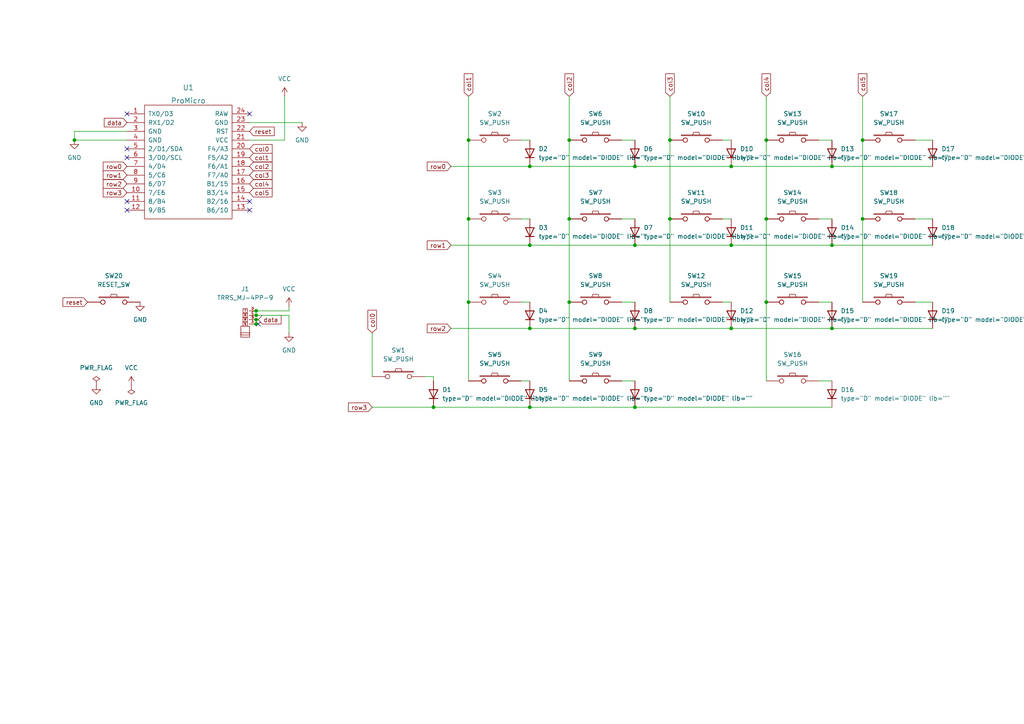
<source format=kicad_sch>
(kicad_sch (version 20211123) (generator eeschema)
  (paper "A4")
  (lib_symbols
    (symbol "Salicylic_kbd:TRRS_MJ-4PP-9" (pin_names (offset 1.016))
      (property "Reference" "J" (at 0 5.08 0))
      (property "Value" "TRRS_MJ-4PP-9" (at 0 -6.985 0))
      (symbol "TRRS_MJ-4PP-9_0_0"
        (text "R" (at 0 0 0) (effects (font (size 0.6096 0.6096))))
        (text "R" (at 0 1.27 0) (effects (font (size 0.6096 0.6096))))
        (text "S" (at 0 -1.27 0) (effects (font (size 0.6096 0.6096))))
        (text "T" (at 0 2.54 0) (effects (font (size 0.6096 0.6096))))
      )
      (symbol "TRRS_MJ-4PP-9_0_1"
        (rectangle (start -1.27 -3.81) (end 1.27 -4.445))
        (rectangle (start -1.27 -1.905) (end 1.27 -5.08))
        (rectangle (start -0.635 -0.635) (end 0.635 -1.905))
        (rectangle (start -0.635 0.635) (end 0.635 -0.635))
        (rectangle (start -0.635 1.905) (end 0.635 0.635))
        (rectangle (start -0.635 3.175) (end 0.635 1.905))
      )
      (symbol "TRRS_MJ-4PP-9_1_1"
        (pin input line (at 3.175 -1.27 180) (length 2.0066) (name "~") (number "A"))
        (pin input line (at 3.175 0 180) (length 2.0066) (name "~") (number "B"))
        (pin input line (at 3.175 1.27 180) (length 2.0066) (name "~") (number "C"))
        (pin input line (at 3.175 2.54 180) (length 2.0066) (name "~") (number "D"))
      )
    )
    (symbol "Simulation_SPICE:DIODE" (pin_numbers hide) (pin_names (offset 1.016) hide)
      (property "Reference" "D" (at 0 2.54 0))
      (property "Value" "DIODE" (at 0 -2.54 0))
      (symbol "DIODE_0_1"
        (polyline (pts (xy 1.27 0) (xy -1.27 0)))
        (polyline (pts (xy 1.27 1.27) (xy 1.27 -1.27)) (stroke (width 0.254)))
        (polyline (pts (xy -1.27 -1.27) (xy -1.27 1.27) (xy 1.27 0) (xy -1.27 -1.27)) (stroke (width 0.254)))
      )
      (symbol "DIODE_1_1"
        (pin passive line (at -3.81 0 0) (length 2.54) (name "A") (number "1"))
        (pin passive line (at 3.81 0 180) (length 2.54) (name "K") (number "2"))
      )
    )
    (symbol "kbd:ProMicro" (pin_names (offset 1.016))
      (property "Reference" "U" (at 0 19.05 0))
      (property "Value" "ProMicro" (at 0 -19.05 0))
      (symbol "ProMicro_0_1"
        (rectangle (start -12.7 16.51) (end 12.7 -16.51))
      )
      (symbol "ProMicro_1_1"
        (pin bidirectional line (at -17.78 13.97 0) (length 5.08) (name "TX0/D3") (number "1"))
        (pin bidirectional line (at -17.78 -8.89 0) (length 5.08) (name "7/E6") (number "10"))
        (pin bidirectional line (at -17.78 -11.43 0) (length 5.08) (name "8/B4") (number "11"))
        (pin bidirectional line (at -17.78 -13.97 0) (length 5.08) (name "9/B5") (number "12"))
        (pin bidirectional line (at 17.78 -13.97 180) (length 5.08) (name "B6/10") (number "13"))
        (pin bidirectional line (at 17.78 -11.43 180) (length 5.08) (name "B2/16") (number "14"))
        (pin bidirectional line (at 17.78 -8.89 180) (length 5.08) (name "B3/14") (number "15"))
        (pin bidirectional line (at 17.78 -6.35 180) (length 5.08) (name "B1/15") (number "16"))
        (pin bidirectional line (at 17.78 -3.81 180) (length 5.08) (name "F7/A0") (number "17"))
        (pin bidirectional line (at 17.78 -1.27 180) (length 5.08) (name "F6/A1") (number "18"))
        (pin bidirectional line (at 17.78 1.27 180) (length 5.08) (name "F5/A2") (number "19"))
        (pin bidirectional line (at -17.78 11.43 0) (length 5.08) (name "RX1/D2") (number "2"))
        (pin bidirectional line (at 17.78 3.81 180) (length 5.08) (name "F4/A3") (number "20"))
        (pin power_in line (at 17.78 6.35 180) (length 5.08) (name "VCC") (number "21"))
        (pin input line (at 17.78 8.89 180) (length 5.08) (name "RST") (number "22"))
        (pin power_in line (at 17.78 11.43 180) (length 5.08) (name "GND") (number "23"))
        (pin power_out line (at 17.78 13.97 180) (length 5.08) (name "RAW") (number "24"))
        (pin power_in line (at -17.78 8.89 0) (length 5.08) (name "GND") (number "3"))
        (pin power_in line (at -17.78 6.35 0) (length 5.08) (name "GND") (number "4"))
        (pin bidirectional line (at -17.78 3.81 0) (length 5.08) (name "2/D1/SDA") (number "5"))
        (pin bidirectional line (at -17.78 1.27 0) (length 5.08) (name "3/D0/SCL") (number "6"))
        (pin bidirectional line (at -17.78 -1.27 0) (length 5.08) (name "4/D4") (number "7"))
        (pin bidirectional line (at -17.78 -3.81 0) (length 5.08) (name "5/C6") (number "8"))
        (pin bidirectional line (at -17.78 -6.35 0) (length 5.08) (name "6/D7") (number "9"))
      )
    )
    (symbol "kbd:SW_PUSH" (pin_numbers hide) (pin_names (offset 1.016) hide)
      (property "Reference" "SW" (at 3.81 2.794 0))
      (property "Value" "SW_PUSH" (at 0 -2.032 0))
      (symbol "SW_PUSH_0_1"
        (rectangle (start -4.318 1.27) (end 4.318 1.524))
        (polyline (pts (xy -1.016 1.524) (xy -0.762 2.286) (xy 0.762 2.286) (xy 1.016 1.524)))
        (pin passive inverted (at -7.62 0 0) (length 5.08) (name "1") (number "1"))
        (pin passive inverted (at 7.62 0 180) (length 5.08) (name "2") (number "2"))
      )
    )
    (symbol "power:GND" (power) (pin_names (offset 0))
      (property "Value" "GND" (at 0 -3.81 0))
      (symbol "GND_0_1"
        (polyline (pts (xy 0 0) (xy 0 -1.27) (xy 1.27 -1.27) (xy 0 -2.54) (xy -1.27 -1.27) (xy 0 -1.27)))
      )
      (symbol "GND_1_1"
        (pin power_in line (at 0 0 270) (length 0) hide (name "GND") (number "1"))
      )
    )
    (symbol "power:PWR_FLAG" (power) (pin_numbers hide) (pin_names (offset 0) hide)
      (property "Value" "PWR_FLAG" (at 0 3.81 0))
      (symbol "PWR_FLAG_0_0"
        (pin power_out line (at 0 0 90) (length 0) (name "pwr") (number "1"))
      )
      (symbol "PWR_FLAG_0_1"
        (polyline (pts (xy 0 0) (xy 0 1.27) (xy -1.016 1.905) (xy 0 2.54) (xy 1.016 1.905) (xy 0 1.27)))
      )
    )
    (symbol "power:VCC" (power) (pin_names (offset 0))
      (property "Value" "VCC" (at 0 3.81 0))
      (symbol "VCC_0_1"
        (polyline (pts (xy -0.762 1.27) (xy 0 2.54)))
        (polyline (pts (xy 0 0) (xy 0 2.54)))
        (polyline (pts (xy 0 2.54) (xy 0.762 1.27)))
      )
      (symbol "VCC_1_1"
        (pin power_in line (at 0 0 90) (length 0) hide (name "VCC") (number "1"))
      )
    )
  )
  (junction (at 153.67 71.12))
  (junction (at 241.3 48.26))
  (junction (at 222.25 40.64))
  (junction (at 153.67 95.25))
  (junction (at 135.89 63.5))
  (junction (at 165.1 40.64))
  (junction (at 184.15 95.25))
  (junction (at 184.15 48.26))
  (junction (at 125.73 118.11))
  (junction (at 250.19 63.5))
  (junction (at 194.31 40.64))
  (junction (at 21.59 40.64))
  (junction (at 135.89 40.64))
  (junction (at 153.67 48.26))
  (junction (at 165.1 87.63))
  (junction (at 184.15 118.11))
  (junction (at 241.3 71.12))
  (junction (at 241.3 95.25))
  (junction (at 222.25 63.5))
  (junction (at 250.19 40.64))
  (junction (at 212.09 48.26))
  (junction (at 165.1 63.5))
  (junction (at 74.295 92.71))
  (junction (at 194.31 63.5))
  (junction (at 153.67 118.11))
  (junction (at 74.295 91.44))
  (junction (at 74.295 93.98))
  (junction (at 212.09 71.12))
  (junction (at 212.09 95.25))
  (junction (at 184.15 71.12))
  (junction (at 74.295 90.17))
  (junction (at 135.89 87.63))
  (junction (at 222.25 87.63))
  (no_connect (at 74.93 93.98))
  (no_connect (at 36.83 33.02))
  (no_connect (at 72.39 33.02))
  (no_connect (at 36.83 58.42))
  (no_connect (at 36.83 45.72))
  (no_connect (at 36.83 43.18))
  (no_connect (at 72.39 58.42))
  (no_connect (at 72.39 60.96))
  (no_connect (at 36.83 60.96))
  (wire (pts (xy 135.89 63.5) (xy 135.89 87.63)))
  (wire (pts (xy 184.15 118.11) (xy 241.3 118.11)))
  (wire (pts (xy 165.1 87.63) (xy 165.1 110.49)))
  (wire (pts (xy 123.19 109.22) (xy 125.73 109.22)))
  (wire (pts (xy 73.66 90.17) (xy 74.295 90.17)))
  (wire (pts (xy 130.81 71.12) (xy 153.67 71.12)))
  (wire (pts (xy 72.39 35.56) (xy 87.63 35.56)))
  (wire (pts (xy 153.67 71.12) (xy 184.15 71.12)))
  (wire (pts (xy 107.95 96.52) (xy 107.95 109.22)))
  (wire (pts (xy 165.1 27.94) (xy 165.1 40.64)))
  (wire (pts (xy 130.81 95.25) (xy 153.67 95.25)))
  (wire (pts (xy 83.82 90.17) (xy 83.82 88.9)))
  (wire (pts (xy 165.1 40.64) (xy 165.1 63.5)))
  (wire (pts (xy 180.34 110.49) (xy 184.15 110.49)))
  (wire (pts (xy 241.3 95.25) (xy 270.51 95.25)))
  (wire (pts (xy 184.15 71.12) (xy 212.09 71.12)))
  (wire (pts (xy 125.73 118.11) (xy 153.67 118.11)))
  (wire (pts (xy 151.13 63.5) (xy 153.67 63.5)))
  (wire (pts (xy 194.31 63.5) (xy 194.31 87.63)))
  (wire (pts (xy 153.67 95.25) (xy 184.15 95.25)))
  (wire (pts (xy 73.66 92.71) (xy 74.295 92.71)))
  (wire (pts (xy 180.34 40.64) (xy 184.15 40.64)))
  (wire (pts (xy 21.59 40.64) (xy 36.83 40.64)))
  (wire (pts (xy 180.34 63.5) (xy 184.15 63.5)))
  (wire (pts (xy 180.34 87.63) (xy 184.15 87.63)))
  (wire (pts (xy 36.83 38.1) (xy 21.59 38.1)))
  (wire (pts (xy 222.25 27.94) (xy 222.25 40.64)))
  (wire (pts (xy 107.95 118.11) (xy 125.73 118.11)))
  (wire (pts (xy 209.55 63.5) (xy 212.09 63.5)))
  (wire (pts (xy 212.09 71.12) (xy 241.3 71.12)))
  (wire (pts (xy 265.43 87.63) (xy 270.51 87.63)))
  (wire (pts (xy 73.66 91.44) (xy 74.295 91.44)))
  (wire (pts (xy 209.55 40.64) (xy 212.09 40.64)))
  (wire (pts (xy 241.3 71.12) (xy 270.51 71.12)))
  (wire (pts (xy 151.13 110.49) (xy 153.67 110.49)))
  (wire (pts (xy 74.295 93.98) (xy 74.93 93.98)))
  (wire (pts (xy 250.19 40.64) (xy 250.19 63.5)))
  (wire (pts (xy 135.89 87.63) (xy 135.89 110.49)))
  (wire (pts (xy 250.19 63.5) (xy 250.19 87.63)))
  (wire (pts (xy 153.67 48.26) (xy 184.15 48.26)))
  (wire (pts (xy 194.31 27.94) (xy 194.31 40.64)))
  (wire (pts (xy 250.19 27.94) (xy 250.19 40.64)))
  (wire (pts (xy 265.43 40.64) (xy 270.51 40.64)))
  (wire (pts (xy 72.39 40.64) (xy 82.55 40.64)))
  (wire (pts (xy 265.43 63.5) (xy 270.51 63.5)))
  (wire (pts (xy 222.25 87.63) (xy 222.25 110.49)))
  (wire (pts (xy 74.295 91.44) (xy 83.82 91.44)))
  (wire (pts (xy 135.89 40.64) (xy 135.89 63.5)))
  (wire (pts (xy 237.49 63.5) (xy 241.3 63.5)))
  (wire (pts (xy 153.67 118.11) (xy 184.15 118.11)))
  (wire (pts (xy 151.13 40.64) (xy 153.67 40.64)))
  (wire (pts (xy 165.1 63.5) (xy 165.1 87.63)))
  (wire (pts (xy 237.49 110.49) (xy 241.3 110.49)))
  (wire (pts (xy 82.55 40.64) (xy 82.55 27.94)))
  (wire (pts (xy 184.15 95.25) (xy 212.09 95.25)))
  (wire (pts (xy 237.49 40.64) (xy 241.3 40.64)))
  (wire (pts (xy 135.89 27.94) (xy 135.89 40.64)))
  (wire (pts (xy 184.15 48.26) (xy 212.09 48.26)))
  (wire (pts (xy 222.25 40.64) (xy 222.25 63.5)))
  (wire (pts (xy 83.82 96.52) (xy 83.82 91.44)))
  (wire (pts (xy 212.09 95.25) (xy 241.3 95.25)))
  (wire (pts (xy 222.25 63.5) (xy 222.25 87.63)))
  (wire (pts (xy 209.55 87.63) (xy 212.09 87.63)))
  (wire (pts (xy 125.73 109.22) (xy 125.73 110.49)))
  (wire (pts (xy 74.295 90.17) (xy 83.82 90.17)))
  (wire (pts (xy 21.59 38.1) (xy 21.59 40.64)))
  (wire (pts (xy 194.31 40.64) (xy 194.31 63.5)))
  (wire (pts (xy 74.295 92.71) (xy 74.93 92.71)))
  (wire (pts (xy 241.3 48.26) (xy 270.51 48.26)))
  (wire (pts (xy 130.81 48.26) (xy 153.67 48.26)))
  (wire (pts (xy 73.66 93.98) (xy 74.295 93.98)))
  (wire (pts (xy 212.09 48.26) (xy 241.3 48.26)))
  (wire (pts (xy 237.49 87.63) (xy 241.3 87.63)))
  (wire (pts (xy 151.13 87.63) (xy 153.67 87.63)))
  (global_label "col5" (shape input) (at 250.19 27.94 90) (property "シート間のリファレンス" "${INTERSHEET_REFS}" (effects hide)))
  (global_label "col2" (shape input) (at 165.1 27.94 90) (property "シート間のリファレンス" "${INTERSHEET_REFS}" (effects hide)))
  (global_label "data" (shape input) (at 74.93 92.71 0) (property "シート間のリファレンス" "${INTERSHEET_REFS}" (effects hide)))
  (global_label "row3" (shape input) (at 107.95 118.11 180) (property "シート間のリファレンス" "${INTERSHEET_REFS}" (effects hide)))
  (global_label "col4" (shape input) (at 72.39 53.34 0) (property "シート間のリファレンス" "${INTERSHEET_REFS}" (effects hide)))
  (global_label "row2" (shape input) (at 36.83 53.34 180) (property "シート間のリファレンス" "${INTERSHEET_REFS}" (effects hide)))
  (global_label "col5" (shape input) (at 72.39 55.88 0) (property "シート間のリファレンス" "${INTERSHEET_REFS}" (effects hide)))
  (global_label "row2" (shape input) (at 130.81 95.25 180) (property "シート間のリファレンス" "${INTERSHEET_REFS}" (effects hide)))
  (global_label "col3" (shape input) (at 194.31 27.94 90) (property "シート間のリファレンス" "${INTERSHEET_REFS}" (effects hide)))
  (global_label "row3" (shape input) (at 36.83 55.88 180) (property "シート間のリファレンス" "${INTERSHEET_REFS}" (effects hide)))
  (global_label "col1" (shape input) (at 135.89 27.94 90) (property "シート間のリファレンス" "${INTERSHEET_REFS}" (effects hide)))
  (global_label "col2" (shape input) (at 72.39 48.26 0) (property "シート間のリファレンス" "${INTERSHEET_REFS}" (effects hide)))
  (global_label "data" (shape input) (at 36.83 35.56 180) (property "シート間のリファレンス" "${INTERSHEET_REFS}" (effects hide)))
  (global_label "col0" (shape input) (at 72.39 43.18 0) (property "シート間のリファレンス" "${INTERSHEET_REFS}" (effects hide)))
  (global_label "col4" (shape input) (at 222.25 27.94 90) (property "シート間のリファレンス" "${INTERSHEET_REFS}" (effects hide)))
  (global_label "row0" (shape input) (at 130.81 48.26 180) (property "シート間のリファレンス" "${INTERSHEET_REFS}" (effects hide)))
  (global_label "col1" (shape input) (at 72.39 45.72 0) (property "シート間のリファレンス" "${INTERSHEET_REFS}" (effects hide)))
  (global_label "row1" (shape input) (at 130.81 71.12 180) (property "シート間のリファレンス" "${INTERSHEET_REFS}" (effects hide)))
  (global_label "reset" (shape input) (at 25.4 87.63 180) (property "シート間のリファレンス" "${INTERSHEET_REFS}" (effects hide)))
  (global_label "row1" (shape input) (at 36.83 50.8 180) (property "シート間のリファレンス" "${INTERSHEET_REFS}" (effects hide)))
  (global_label "row0" (shape input) (at 36.83 48.26 180) (property "シート間のリファレンス" "${INTERSHEET_REFS}" (effects hide)))
  (global_label "col3" (shape input) (at 72.39 50.8 0) (property "シート間のリファレンス" "${INTERSHEET_REFS}" (effects hide)))
  (global_label "col0" (shape input) (at 107.95 96.52 90) (property "シート間のリファレンス" "${INTERSHEET_REFS}" (effects hide)))
  (global_label "reset" (shape input) (at 72.39 38.1 0) (property "シート間のリファレンス" "${INTERSHEET_REFS}" (effects hide)))
  (symbol (lib_id "kbd:SW_PUSH") (at 229.87 110.49 0) (unit 1)
    (property "Reference" "SW16" (at 229.87 102.87 0))
    (property "Value" "SW_PUSH" (at 229.87 105.41 0))
    (property "Footprint" "kbd:CherryMX_Hotswap" (effects hide))
  )
  (symbol (lib_id "Simulation_SPICE:DIODE") (at 270.51 67.31 270) (unit 1)
    (property "Reference" "D18" (at 273.05 66.0399 90) (effects (justify left)))
    (property "Value" "DIODE" (at 273.05 68.5799 90) (effects (justify left)))
    (property "Footprint" "kbd:D3_SMD_v2" (effects hide))
    (property "Spice_Netlist_Enabled" "Y" (effects hide))
    (property "Spice_Primitive" "D" (effects hide))
  )
  (symbol (lib_id "Simulation_SPICE:DIODE") (at 241.3 67.31 270) (unit 1)
    (property "Reference" "D14" (at 243.84 66.0399 90) (effects (justify left)))
    (property "Value" "DIODE" (at 243.84 68.5799 90) (effects (justify left)))
    (property "Footprint" "kbd:D3_SMD_v2" (effects hide))
    (property "Spice_Netlist_Enabled" "Y" (effects hide))
    (property "Spice_Primitive" "D" (effects hide))
  )
  (symbol (lib_id "kbd:SW_PUSH") (at 172.72 87.63 0) (unit 1)
    (property "Reference" "SW8" (at 172.72 80.01 0))
    (property "Value" "SW_PUSH" (at 172.72 82.55 0))
    (property "Footprint" "kbd:CherryMX_Hotswap" (effects hide))
  )
  (symbol (lib_id "Simulation_SPICE:DIODE") (at 241.3 114.3 270) (unit 1)
    (property "Reference" "D16" (at 243.84 113.0299 90) (effects (justify left)))
    (property "Value" "DIODE" (at 243.84 115.5699 90) (effects (justify left)))
    (property "Footprint" "kbd:D3_SMD_v2" (effects hide))
    (property "Spice_Netlist_Enabled" "Y" (effects hide))
    (property "Spice_Primitive" "D" (effects hide))
  )
  (symbol (lib_id "power:GND") (at 27.94 111.76 0) (unit 1)
    (property "Reference" "#PWR02" (effects hide))
    (property "Value" "GND" (at 27.94 116.84 0))
  )
  (symbol (lib_id "power:GND") (at 83.82 96.52 0) (unit 1)
    (property "Reference" "#PWR06" (effects hide))
    (property "Value" "GND" (at 83.82 101.6 0))
  )
  (symbol (lib_id "Simulation_SPICE:DIODE") (at 184.15 44.45 270) (unit 1)
    (property "Reference" "D6" (at 186.69 43.1799 90) (effects (justify left)))
    (property "Value" "DIODE" (at 186.69 45.7199 90) (effects (justify left)))
    (property "Footprint" "kbd:D3_SMD_v2" (effects hide))
    (property "Spice_Netlist_Enabled" "Y" (effects hide))
    (property "Spice_Primitive" "D" (effects hide))
  )
  (symbol (lib_id "kbd:SW_PUSH") (at 257.81 63.5 0) (unit 1)
    (property "Reference" "SW18" (at 257.81 55.88 0))
    (property "Value" "SW_PUSH" (at 257.81 58.42 0))
    (property "Footprint" "kbd:CherryMX_Hotswap" (effects hide))
  )
  (symbol (lib_id "power:VCC") (at 38.1 111.76 0) (unit 1)
    (property "Reference" "#PWR03" (effects hide))
    (property "Value" "VCC" (at 38.1 106.68 0))
  )
  (symbol (lib_id "Simulation_SPICE:DIODE") (at 270.51 91.44 270) (unit 1)
    (property "Reference" "D19" (at 273.05 90.1699 90) (effects (justify left)))
    (property "Value" "DIODE" (at 273.05 92.7099 90) (effects (justify left)))
    (property "Footprint" "kbd:D3_SMD_v2" (effects hide))
    (property "Spice_Netlist_Enabled" "Y" (effects hide))
    (property "Spice_Primitive" "D" (effects hide))
  )
  (symbol (lib_id "power:PWR_FLAG") (at 38.1 111.76 180) (unit 1)
    (property "Reference" "#FLG02" (effects hide))
    (property "Value" "PWR_FLAG" (at 38.1 116.84 0))
  )
  (symbol (lib_id "Simulation_SPICE:DIODE") (at 153.67 91.44 270) (unit 1)
    (property "Reference" "D4" (at 156.21 90.1699 90) (effects (justify left)))
    (property "Value" "DIODE" (at 156.21 92.7099 90) (effects (justify left)))
    (property "Footprint" "kbd:D3_SMD_v2" (effects hide))
    (property "Spice_Netlist_Enabled" "Y" (effects hide))
    (property "Spice_Primitive" "D" (effects hide))
  )
  (symbol (lib_id "kbd:SW_PUSH") (at 172.72 63.5 0) (unit 1)
    (property "Reference" "SW7" (at 172.72 55.88 0))
    (property "Value" "SW_PUSH" (at 172.72 58.42 0))
    (property "Footprint" "kbd:CherryMX_Hotswap" (effects hide))
  )
  (symbol (lib_id "power:GND") (at 21.59 40.64 0) (unit 1)
    (property "Reference" "#PWR01" (effects hide))
    (property "Value" "GND" (at 21.59 45.72 0))
  )
  (symbol (lib_id "Simulation_SPICE:DIODE") (at 212.09 91.44 270) (unit 1)
    (property "Reference" "D12" (at 214.63 90.1699 90) (effects (justify left)))
    (property "Value" "DIODE" (at 214.63 92.7099 90) (effects (justify left)))
    (property "Footprint" "kbd:D3_SMD_v2" (effects hide))
    (property "Spice_Netlist_Enabled" "Y" (effects hide))
    (property "Spice_Primitive" "D" (effects hide))
  )
  (symbol (lib_id "Simulation_SPICE:DIODE") (at 212.09 44.45 270) (unit 1)
    (property "Reference" "D10" (at 214.63 43.1799 90) (effects (justify left)))
    (property "Value" "DIODE" (at 214.63 45.7199 90) (effects (justify left)))
    (property "Footprint" "kbd:D3_SMD_v2" (effects hide))
    (property "Spice_Netlist_Enabled" "Y" (effects hide))
    (property "Spice_Primitive" "D" (effects hide))
  )
  (symbol (lib_id "kbd:SW_PUSH") (at 172.72 110.49 0) (unit 1)
    (property "Reference" "SW9" (at 172.72 102.87 0))
    (property "Value" "SW_PUSH" (at 172.72 105.41 0))
    (property "Footprint" "kbd:CherryMX_Hotswap" (effects hide))
  )
  (symbol (lib_id "kbd:SW_PUSH") (at 201.93 40.64 0) (unit 1)
    (property "Reference" "SW10" (at 201.93 33.02 0))
    (property "Value" "SW_PUSH" (at 201.93 35.56 0))
    (property "Footprint" "kbd:CherryMX_Hotswap" (effects hide))
  )
  (symbol (lib_id "kbd:SW_PUSH") (at 229.87 63.5 0) (unit 1)
    (property "Reference" "SW14" (at 229.87 55.88 0))
    (property "Value" "SW_PUSH" (at 229.87 58.42 0))
    (property "Footprint" "kbd:CherryMX_Hotswap" (effects hide))
  )
  (symbol (lib_id "kbd:SW_PUSH") (at 115.57 109.22 0) (unit 1)
    (property "Reference" "SW1" (at 115.57 101.6 0))
    (property "Value" "SW_PUSH" (at 115.57 104.14 0))
    (property "Footprint" "kbd:CherryMX_Hotswap" (effects hide))
  )
  (symbol (lib_id "Salicylic_kbd:TRRS_MJ-4PP-9") (at 71.12 92.71 0) (unit 1)
    (property "Reference" "J1" (at 71.12 83.82 0))
    (property "Value" "TRRS_MJ-4PP-9" (at 71.12 86.36 0))
    (property "Footprint" "kbd:MJ-4PP-9_1side" (effects hide))
  )
  (symbol (lib_id "power:VCC") (at 82.55 27.94 0) (unit 1)
    (property "Reference" "#PWR04" (effects hide))
    (property "Value" "VCC" (at 82.55 22.86 0))
  )
  (symbol (lib_id "kbd:SW_PUSH") (at 257.81 87.63 0) (unit 1)
    (property "Reference" "SW19" (at 257.81 80.01 0))
    (property "Value" "SW_PUSH" (at 257.81 82.55 0))
    (property "Footprint" "kbd:CherryMX_Hotswap" (effects hide))
  )
  (symbol (lib_id "Simulation_SPICE:DIODE") (at 153.67 44.45 270) (unit 1)
    (property "Reference" "D2" (at 156.21 43.1799 90) (effects (justify left)))
    (property "Value" "DIODE" (at 156.21 45.7199 90) (effects (justify left)))
    (property "Footprint" "kbd:D3_SMD_v2" (effects hide))
    (property "Spice_Netlist_Enabled" "Y" (effects hide))
    (property "Spice_Primitive" "D" (effects hide))
  )
  (symbol (lib_id "kbd:SW_PUSH") (at 229.87 40.64 0) (unit 1)
    (property "Reference" "SW13" (at 229.87 33.02 0))
    (property "Value" "SW_PUSH" (at 229.87 35.56 0))
    (property "Footprint" "kbd:CherryMX_Hotswap" (effects hide))
  )
  (symbol (lib_id "Simulation_SPICE:DIODE") (at 184.15 91.44 270) (unit 1)
    (property "Reference" "D8" (at 186.69 90.1699 90) (effects (justify left)))
    (property "Value" "DIODE" (at 186.69 92.7099 90) (effects (justify left)))
    (property "Footprint" "kbd:D3_SMD_v2" (effects hide))
    (property "Spice_Netlist_Enabled" "Y" (effects hide))
    (property "Spice_Primitive" "D" (effects hide))
  )
  (symbol (lib_id "kbd:SW_PUSH") (at 143.51 110.49 0) (unit 1)
    (property "Reference" "SW5" (at 143.51 102.87 0))
    (property "Value" "SW_PUSH" (at 143.51 105.41 0))
    (property "Footprint" "kbd:CherryMX_Hotswap" (effects hide))
  )
  (symbol (lib_id "Simulation_SPICE:DIODE") (at 125.73 114.3 270) (unit 1)
    (property "Reference" "D1" (at 128.27 113.0299 90) (effects (justify left)))
    (property "Value" "DIODE" (at 128.27 115.5699 90) (effects (justify left)))
    (property "Footprint" "kbd:D3_SMD_v2" (effects hide))
    (property "Spice_Netlist_Enabled" "Y" (effects hide))
    (property "Spice_Primitive" "D" (effects hide))
  )
  (symbol (lib_id "Simulation_SPICE:DIODE") (at 270.51 44.45 270) (unit 1)
    (property "Reference" "D17" (at 273.05 43.1799 90) (effects (justify left)))
    (property "Value" "DIODE" (at 273.05 45.7199 90) (effects (justify left)))
    (property "Footprint" "kbd:D3_SMD_v2" (effects hide))
    (property "Spice_Netlist_Enabled" "Y" (effects hide))
    (property "Spice_Primitive" "D" (effects hide))
  )
  (symbol (lib_id "kbd:SW_PUSH") (at 229.87 87.63 0) (unit 1)
    (property "Reference" "SW15" (at 229.87 80.01 0))
    (property "Value" "SW_PUSH" (at 229.87 82.55 0))
    (property "Footprint" "kbd:CherryMX_Hotswap" (effects hide))
  )
  (symbol (lib_id "kbd:SW_PUSH") (at 143.51 63.5 0) (unit 1)
    (property "Reference" "SW3" (at 143.51 55.88 0))
    (property "Value" "SW_PUSH" (at 143.51 58.42 0))
    (property "Footprint" "kbd:CherryMX_Hotswap" (effects hide))
  )
  (symbol (lib_id "Simulation_SPICE:DIODE") (at 212.09 67.31 270) (unit 1)
    (property "Reference" "D11" (at 214.63 66.0399 90) (effects (justify left)))
    (property "Value" "DIODE" (at 214.63 68.5799 90) (effects (justify left)))
    (property "Footprint" "kbd:D3_SMD_v2" (effects hide))
    (property "Spice_Netlist_Enabled" "Y" (effects hide))
    (property "Spice_Primitive" "D" (effects hide))
  )
  (symbol (lib_id "Simulation_SPICE:DIODE") (at 153.67 67.31 270) (unit 1)
    (property "Reference" "D3" (at 156.21 66.0399 90) (effects (justify left)))
    (property "Value" "DIODE" (at 156.21 68.5799 90) (effects (justify left)))
    (property "Footprint" "kbd:D3_SMD_v2" (effects hide))
    (property "Spice_Netlist_Enabled" "Y" (effects hide))
    (property "Spice_Primitive" "D" (effects hide))
  )
  (symbol (lib_id "power:GND") (at 87.63 35.56 0) (unit 1)
    (property "Reference" "#PWR07" (effects hide))
    (property "Value" "GND" (at 87.63 40.64 0))
  )
  (symbol (lib_id "kbd:SW_PUSH") (at 33.02 87.63 0) (unit 1)
    (property "Reference" "SW20" (at 33.02 80.01 0))
    (property "Value" "RESET_SW" (at 33.02 82.55 0))
    (property "Footprint" "kbd:ResetSW_1side" (effects hide))
  )
  (symbol (lib_id "power:VCC") (at 83.82 88.9 0) (unit 1)
    (property "Reference" "#PWR05" (effects hide))
    (property "Value" "VCC" (at 83.82 83.82 0))
  )
  (symbol (lib_id "Simulation_SPICE:DIODE") (at 241.3 91.44 270) (unit 1)
    (property "Reference" "D15" (at 243.84 90.1699 90) (effects (justify left)))
    (property "Value" "DIODE" (at 243.84 92.7099 90) (effects (justify left)))
    (property "Footprint" "kbd:D3_SMD_v2" (effects hide))
    (property "Spice_Netlist_Enabled" "Y" (effects hide))
    (property "Spice_Primitive" "D" (effects hide))
  )
  (symbol (lib_id "kbd:SW_PUSH") (at 201.93 87.63 0) (unit 1)
    (property "Reference" "SW12" (at 201.93 80.01 0))
    (property "Value" "SW_PUSH" (at 201.93 82.55 0))
    (property "Footprint" "kbd:CherryMX_Hotswap" (effects hide))
  )
  (symbol (lib_id "Simulation_SPICE:DIODE") (at 153.67 114.3 270) (unit 1)
    (property "Reference" "D5" (at 156.21 113.0299 90) (effects (justify left)))
    (property "Value" "DIODE" (at 156.21 115.5699 90) (effects (justify left)))
    (property "Footprint" "kbd:D3_SMD_v2" (effects hide))
    (property "Spice_Netlist_Enabled" "Y" (effects hide))
    (property "Spice_Primitive" "D" (effects hide))
  )
  (symbol (lib_id "Simulation_SPICE:DIODE") (at 184.15 67.31 270) (unit 1)
    (property "Reference" "D7" (at 186.69 66.0399 90) (effects (justify left)))
    (property "Value" "DIODE" (at 186.69 68.5799 90) (effects (justify left)))
    (property "Footprint" "kbd:D3_SMD_v2" (effects hide))
    (property "Spice_Netlist_Enabled" "Y" (effects hide))
    (property "Spice_Primitive" "D" (effects hide))
  )
  (symbol (lib_id "kbd:ProMicro") (at 54.61 46.99 0) (unit 1)
    (property "Reference" "U1" (at 54.61 25.4 0) (effects (font (size 1.524 1.524))))
    (property "Value" "ProMicro" (at 54.61 29.21 0) (effects (font (size 1.524 1.524))))
    (property "Footprint" "kbd:ProMicro_v2_1side" (effects hide))
  )
  (symbol (lib_id "kbd:SW_PUSH") (at 143.51 40.64 0) (unit 1)
    (property "Reference" "SW2" (at 143.51 33.02 0))
    (property "Value" "SW_PUSH" (at 143.51 35.56 0))
    (property "Footprint" "kbd:CherryMX_Hotswap" (effects hide))
  )
  (symbol (lib_id "kbd:SW_PUSH") (at 172.72 40.64 0) (unit 1)
    (property "Reference" "SW6" (at 172.72 33.02 0))
    (property "Value" "SW_PUSH" (at 172.72 35.56 0))
    (property "Footprint" "kbd:CherryMX_Hotswap" (effects hide))
  )
  (symbol (lib_id "power:PWR_FLAG") (at 27.94 111.76 0) (unit 1)
    (property "Reference" "#FLG01" (effects hide))
    (property "Value" "PWR_FLAG" (at 27.94 106.68 0))
  )
  (symbol (lib_id "Simulation_SPICE:DIODE") (at 184.15 114.3 270) (unit 1)
    (property "Reference" "D9" (at 186.69 113.0299 90) (effects (justify left)))
    (property "Value" "DIODE" (at 186.69 115.5699 90) (effects (justify left)))
    (property "Footprint" "kbd:D3_SMD_v2" (effects hide))
    (property "Spice_Netlist_Enabled" "Y" (effects hide))
    (property "Spice_Primitive" "D" (effects hide))
  )
  (symbol (lib_id "kbd:SW_PUSH") (at 143.51 87.63 0) (unit 1)
    (property "Reference" "SW4" (at 143.51 80.01 0))
    (property "Value" "SW_PUSH" (at 143.51 82.55 0))
    (property "Footprint" "kbd:CherryMX_Hotswap" (effects hide))
  )
  (symbol (lib_id "kbd:SW_PUSH") (at 257.81 40.64 0) (unit 1)
    (property "Reference" "SW17" (at 257.81 33.02 0))
    (property "Value" "SW_PUSH" (at 257.81 35.56 0))
    (property "Footprint" "kbd:CherryMX_Hotswap" (effects hide))
  )
  (symbol (lib_id "Simulation_SPICE:DIODE") (at 241.3 44.45 270) (unit 1)
    (property "Reference" "D13" (at 243.84 43.1799 90) (effects (justify left)))
    (property "Value" "DIODE" (at 243.84 45.7199 90) (effects (justify left)))
    (property "Footprint" "kbd:D3_SMD_v2" (effects hide))
    (property "Spice_Netlist_Enabled" "Y" (effects hide))
    (property "Spice_Primitive" "D" (effects hide))
  )
  (symbol (lib_id "kbd:SW_PUSH") (at 201.93 63.5 0) (unit 1)
    (property "Reference" "SW11" (at 201.93 55.88 0))
    (property "Value" "SW_PUSH" (at 201.93 58.42 0))
    (property "Footprint" "kbd:CherryMX_Hotswap" (effects hide))
  )
  (symbol (lib_id "power:GND") (at 40.64 87.63 0) (unit 1)
    (property "Reference" "#PWR08" (effects hide))
    (property "Value" "GND" (at 40.64 92.71 0))
  )
)
</source>
